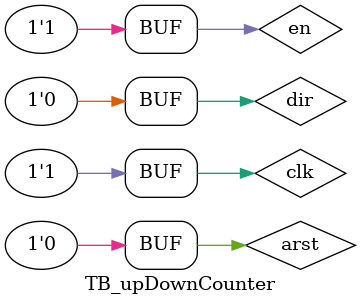
<source format=v>
`timescale 1ns/1ps
module TB_upDownCounter;
wire [3:0]q;
reg clk, arst, en, dir;
upDownCounter my_module(clk,arst,en,dir,q);

initial 
begin
clk = 1'b0 ; arst = 1'b1; en = 1'b0 ; dir = 1'b0;
#10 
clk = 1'b1 ; arst = 1'b0; en = 1'b0 ; dir = 1'b1;
#10
clk = 1'b0 ; arst = 1'b0; en = 1'b1 ; dir = 1'b1;
#10 
clk = 1'b1 ; arst = 1'b0; en = 1'b1 ; dir = 1'b1;
#10 
clk = 1'b0 ; arst = 1'b0; en = 1'b1 ; dir = 1'b1;
#10 
clk = 1'b1 ; arst = 1'b0; en = 1'b1 ; dir = 1'b1;
#10 
clk = 1'b0 ; arst = 1'b0; en = 1'b1 ; dir = 1'b1;
#10 
clk = 1'b1 ; arst = 1'b0; en = 1'b1 ; dir = 1'b1;
#10 
clk = 1'b0 ; arst = 1'b1; en = 1'b1 ; dir = 1'b0;
#10 
clk = 1'b1 ; arst = 1'b1; en = 1'b1 ; dir = 1'b0;
#10 
clk = 1'b0 ; arst = 1'b0; en = 1'b1 ; dir = 1'b0;
#10 
clk = 1'b1 ; arst = 1'b0; en = 1'b0 ; dir = 1'b0;
#10 
clk = 1'b0 ; arst = 1'b0; en = 1'b0 ; dir = 1'b0;
#10 
clk = 1'b1 ; arst = 1'b0; en = 1'b1 ; dir = 1'b0;
#10 
clk = 1'b0 ; arst = 1'b0; en = 1'b1 ; dir = 1'b1;
#10 
clk = 1'b1 ; arst = 1'b0; en = 1'b1 ; dir = 1'b0;

end
endmodule

</source>
